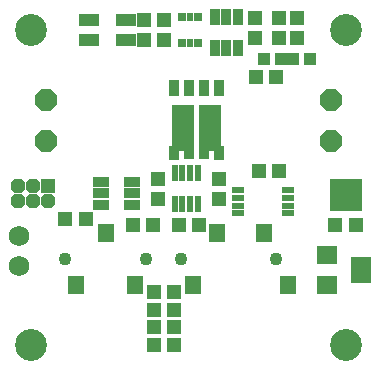
<source format=gts>
G75*
%MOIN*%
%OFA0B0*%
%FSLAX25Y25*%
%IPPOS*%
%LPD*%
%AMOC8*
5,1,8,0,0,1.08239X$1,22.5*
%
%ADD10C,0.10643*%
%ADD11R,0.04737X0.05131*%
%ADD12R,0.02375X0.05603*%
%ADD13R,0.05131X0.04737*%
%ADD14R,0.05643X0.03241*%
%ADD15R,0.03241X0.05643*%
%ADD16R,0.02769X0.02769*%
%ADD17R,0.02375X0.03162*%
%ADD18R,0.06706X0.04343*%
%ADD19R,0.03950X0.03950*%
%ADD20OC8,0.07296*%
%ADD21C,0.04343*%
%ADD22R,0.05524X0.06312*%
%ADD23R,0.07099X0.05918*%
%ADD24R,0.07099X0.08674*%
%ADD25R,0.04300X0.02454*%
%ADD26R,0.10643X0.10643*%
%ADD27R,0.04759X0.04759*%
%ADD28OC8,0.04759*%
%ADD29C,0.06800*%
%ADD30R,0.03202X0.05800*%
%ADD31R,0.03202X0.04816*%
%ADD32R,0.03202X0.03595*%
%ADD33R,0.07296X0.15800*%
D10*
X0021500Y0048333D03*
X0021500Y0153333D03*
X0126500Y0153333D03*
X0126500Y0048333D03*
D11*
X0123154Y0088333D03*
X0129846Y0088333D03*
X0104221Y0106458D03*
X0097529Y0106458D03*
X0084313Y0103867D03*
X0084313Y0097174D03*
X0064000Y0097174D03*
X0064000Y0103867D03*
X0062346Y0088333D03*
X0055654Y0088333D03*
X0062529Y0066146D03*
X0062529Y0060208D03*
X0062529Y0054271D03*
X0062529Y0048333D03*
X0069221Y0048333D03*
X0069221Y0054271D03*
X0069221Y0060208D03*
X0069221Y0066146D03*
X0096591Y0137708D03*
X0103284Y0137708D03*
X0066096Y0150208D03*
X0066096Y0156771D03*
X0059404Y0156771D03*
X0059404Y0150208D03*
D12*
X0069536Y0105678D03*
X0072095Y0105678D03*
X0074655Y0105678D03*
X0077214Y0105678D03*
X0077214Y0095363D03*
X0074655Y0095363D03*
X0072095Y0095363D03*
X0069536Y0095363D03*
D13*
X0070966Y0088333D03*
X0077659Y0088333D03*
X0039846Y0090521D03*
X0033154Y0090521D03*
X0096187Y0150612D03*
X0096187Y0157305D03*
X0104312Y0157305D03*
X0110250Y0157305D03*
X0110250Y0150612D03*
X0104312Y0150612D03*
D14*
X0055407Y0102698D03*
X0055407Y0098958D03*
X0055407Y0095218D03*
X0045093Y0095218D03*
X0045093Y0098958D03*
X0045093Y0102698D03*
D15*
X0083072Y0147551D03*
X0086812Y0147551D03*
X0090553Y0147551D03*
X0090553Y0157866D03*
X0086812Y0157866D03*
X0083072Y0157866D03*
D16*
X0077381Y0157664D03*
X0071869Y0157664D03*
X0071869Y0149003D03*
X0077381Y0149003D03*
D17*
X0074625Y0149003D03*
X0074625Y0157664D03*
D18*
X0053227Y0156680D03*
X0053227Y0149987D03*
X0041023Y0149987D03*
X0041023Y0156680D03*
D19*
X0099271Y0143646D03*
X0104979Y0143646D03*
X0108958Y0143646D03*
X0114667Y0143646D03*
D20*
X0121500Y0130223D03*
X0121500Y0116444D03*
X0026500Y0116444D03*
X0026500Y0130223D03*
D21*
X0033114Y0077083D03*
X0059886Y0077083D03*
X0071815Y0077083D03*
X0103311Y0077083D03*
D22*
X0099374Y0085745D03*
X0083626Y0085745D03*
X0075752Y0068422D03*
X0056343Y0068422D03*
X0046500Y0085745D03*
X0036657Y0068422D03*
X0107248Y0068422D03*
D23*
X0120166Y0068412D03*
X0120166Y0078255D03*
D24*
X0131584Y0073333D03*
D25*
X0107295Y0092307D03*
X0107295Y0094866D03*
X0107295Y0097425D03*
X0107295Y0099984D03*
X0090705Y0099984D03*
X0090705Y0097425D03*
X0090705Y0094866D03*
X0090705Y0092307D03*
D26*
X0126500Y0098333D03*
D27*
X0027437Y0101458D03*
D28*
X0027437Y0096458D03*
X0022437Y0096458D03*
X0022437Y0101458D03*
X0017438Y0101458D03*
X0017438Y0096458D03*
D29*
X0017750Y0084896D03*
X0017750Y0074896D03*
D30*
X0069313Y0134062D03*
X0074313Y0134062D03*
X0079313Y0134062D03*
X0084313Y0134062D03*
D31*
X0084313Y0112546D03*
X0069313Y0112546D03*
D32*
X0074411Y0111936D03*
X0079214Y0111936D03*
D33*
X0081261Y0120833D03*
X0072364Y0120833D03*
M02*

</source>
